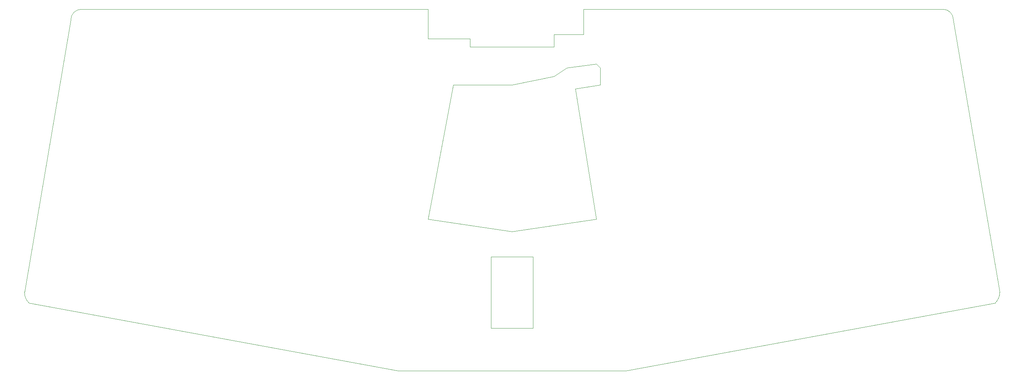
<source format=gbr>
%TF.GenerationSoftware,KiCad,Pcbnew,(5.1.10)-1*%
%TF.CreationDate,2021-11-03T20:37:37-06:00*%
%TF.ProjectId,VColChoc44 - Mid,56436f6c-4368-46f6-9334-34202d204d69,rev?*%
%TF.SameCoordinates,Original*%
%TF.FileFunction,Profile,NP*%
%FSLAX46Y46*%
G04 Gerber Fmt 4.6, Leading zero omitted, Abs format (unit mm)*
G04 Created by KiCad (PCBNEW (5.1.10)-1) date 2021-11-03 20:37:37*
%MOMM*%
%LPD*%
G01*
G04 APERTURE LIST*
%TA.AperFunction,Profile*%
%ADD10C,0.050000*%
%TD*%
G04 APERTURE END LIST*
D10*
X167000000Y-60000000D02*
X252500000Y-60000000D01*
X130000000Y-67000000D02*
X130000000Y-60000000D01*
X140000000Y-67000000D02*
X130000000Y-67000000D01*
X140000000Y-69000000D02*
X140000000Y-67000000D01*
X150000000Y-69000000D02*
X140000000Y-69000000D01*
X167000000Y-66000000D02*
X167000000Y-60000000D01*
X160000000Y-66000000D02*
X167000000Y-66000000D01*
X160000000Y-69000000D02*
X160000000Y-66000000D01*
X150000000Y-69000000D02*
X160000000Y-69000000D01*
X136000000Y-78000000D02*
X130000000Y-110000000D01*
X150000000Y-78000000D02*
X136000000Y-78000000D01*
X160000000Y-76000000D02*
X150000000Y-78000000D01*
X163000000Y-74000000D02*
X160000000Y-76000000D01*
X170000000Y-73000000D02*
X163000000Y-74000000D01*
X171000000Y-74000000D02*
X170000000Y-73000000D01*
X171000000Y-76000000D02*
X171000000Y-74000000D01*
X171000000Y-78000000D02*
X171000000Y-76000000D01*
X165000000Y-79000000D02*
X171000000Y-78000000D01*
X170000000Y-110000000D02*
X165000000Y-79000000D01*
X150000000Y-113000000D02*
X170000000Y-110000000D01*
X150000000Y-113000000D02*
X130000000Y-110000000D01*
X145000000Y-136000000D02*
X150000000Y-136000000D01*
X145000000Y-119000000D02*
X145000000Y-136000000D01*
X155000000Y-119000000D02*
X145000000Y-119000000D01*
X155000000Y-136000000D02*
X155000000Y-119000000D01*
X150000000Y-136000000D02*
X155000000Y-136000000D01*
X252500000Y-60000000D02*
G75*
G02*
X255000000Y-62500000I0J-2500000D01*
G01*
X35000001Y-129999999D02*
G75*
G02*
X33964468Y-127500000I2499999J2499999D01*
G01*
X266035532Y-127500000D02*
G75*
G02*
X264999999Y-129999999I-3535532J0D01*
G01*
X45000000Y-62500000D02*
G75*
G02*
X47500000Y-60000000I2500000J0D01*
G01*
X45000000Y-62500000D02*
X33964468Y-127500000D01*
X122894427Y-146211146D02*
X177105573Y-146211146D01*
X47500000Y-60000000D02*
X130000000Y-60000000D01*
X35000000Y-130000000D02*
X122894427Y-146211146D01*
X177105573Y-146211146D02*
X265000000Y-130000000D01*
X255000000Y-62500000D02*
X266035532Y-127500000D01*
M02*

</source>
